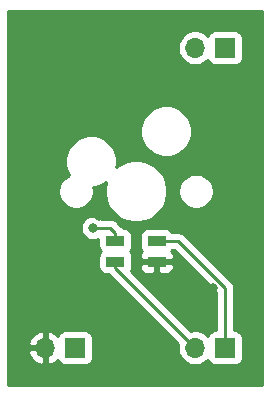
<source format=gbr>
G04 #@! TF.GenerationSoftware,KiCad,Pcbnew,5.1.5*
G04 #@! TF.CreationDate,2020-02-15T20:36:58-05:00*
G04 #@! TF.ProjectId,mx,6d782e6b-6963-4616-945f-706362585858,B*
G04 #@! TF.SameCoordinates,Original*
G04 #@! TF.FileFunction,Copper,L1,Top*
G04 #@! TF.FilePolarity,Positive*
%FSLAX46Y46*%
G04 Gerber Fmt 4.6, Leading zero omitted, Abs format (unit mm)*
G04 Created by KiCad (PCBNEW 5.1.5) date 2020-02-15 20:36:58*
%MOMM*%
%LPD*%
G04 APERTURE LIST*
%ADD10R,1.600000X0.850000*%
%ADD11R,1.700000X1.700000*%
%ADD12O,1.700000X1.700000*%
%ADD13C,0.800000*%
%ADD14C,0.152400*%
%ADD15C,0.254000*%
G04 APERTURE END LIST*
D10*
X132945001Y-124775001D03*
X132945001Y-123025001D03*
X136445001Y-123025001D03*
X136445001Y-124775001D03*
D11*
X129540000Y-132080000D03*
D12*
X127000000Y-132080000D03*
X139700000Y-106680000D03*
D11*
X142240000Y-106680000D03*
X142240000Y-132080000D03*
D12*
X139700000Y-132080000D03*
D13*
X128016000Y-125095000D03*
X131064000Y-129540000D03*
X128270000Y-129286000D03*
X133604000Y-128270000D03*
X135890000Y-130556000D03*
X134620000Y-132842000D03*
X139954000Y-122428000D03*
X141224000Y-127000000D03*
X143510000Y-126238000D03*
X141224000Y-129286000D03*
X143764000Y-129286000D03*
X138176000Y-128524000D03*
X128778000Y-113538000D03*
X125730000Y-113538000D03*
X125730000Y-110744000D03*
X128524000Y-110998000D03*
X134620000Y-107950000D03*
X138430000Y-107950000D03*
X137668000Y-110998000D03*
X132588000Y-110998000D03*
X138176000Y-104648000D03*
X144780000Y-104648000D03*
X144780000Y-109220000D03*
X144780000Y-114300000D03*
X144780000Y-119380000D03*
X144780000Y-134620000D03*
X139700000Y-134620000D03*
X132080000Y-134620000D03*
X124460000Y-134620000D03*
X124460000Y-127000000D03*
X124460000Y-119380000D03*
X137795000Y-116840000D03*
X133985000Y-114935000D03*
X142875000Y-122555000D03*
X138239500Y-124777500D03*
X130683000Y-125984000D03*
X142748000Y-109220000D03*
X125476000Y-104648000D03*
X134620000Y-104648000D03*
X131572000Y-120904000D03*
X134620000Y-123952000D03*
X136652000Y-127000000D03*
X131064000Y-121920000D03*
D14*
X136447500Y-124777500D02*
X136445001Y-124775001D01*
X138239500Y-124777500D02*
X136447500Y-124777500D01*
D15*
X132945001Y-122346001D02*
X132945001Y-123025001D01*
X132519000Y-121920000D02*
X132945001Y-122346001D01*
X131064000Y-121920000D02*
X132519000Y-121920000D01*
X137397401Y-123025001D02*
X136445001Y-123025001D01*
X142240000Y-127015222D02*
X138249779Y-123025001D01*
X138249779Y-123025001D02*
X137397401Y-123025001D01*
X142240000Y-132080000D02*
X142240000Y-127015222D01*
X132945001Y-125325001D02*
X132945001Y-124775001D01*
X139700000Y-132080000D02*
X132945001Y-125325001D01*
G36*
X145390001Y-135230000D02*
G01*
X123850000Y-135230000D01*
X123850000Y-132436891D01*
X125558519Y-132436891D01*
X125655843Y-132711252D01*
X125804822Y-132961355D01*
X125999731Y-133177588D01*
X126233080Y-133351641D01*
X126495901Y-133476825D01*
X126643110Y-133521476D01*
X126873000Y-133400155D01*
X126873000Y-132207000D01*
X125679186Y-132207000D01*
X125558519Y-132436891D01*
X123850000Y-132436891D01*
X123850000Y-131723109D01*
X125558519Y-131723109D01*
X125679186Y-131953000D01*
X126873000Y-131953000D01*
X126873000Y-130759845D01*
X127127000Y-130759845D01*
X127127000Y-131953000D01*
X127147000Y-131953000D01*
X127147000Y-132207000D01*
X127127000Y-132207000D01*
X127127000Y-133400155D01*
X127356890Y-133521476D01*
X127504099Y-133476825D01*
X127766920Y-133351641D01*
X128000269Y-133177588D01*
X128076034Y-133093534D01*
X128100498Y-133174180D01*
X128159463Y-133284494D01*
X128238815Y-133381185D01*
X128335506Y-133460537D01*
X128445820Y-133519502D01*
X128565518Y-133555812D01*
X128690000Y-133568072D01*
X130390000Y-133568072D01*
X130514482Y-133555812D01*
X130634180Y-133519502D01*
X130744494Y-133460537D01*
X130841185Y-133381185D01*
X130920537Y-133284494D01*
X130979502Y-133174180D01*
X131015812Y-133054482D01*
X131028072Y-132930000D01*
X131028072Y-131230000D01*
X131015812Y-131105518D01*
X130979502Y-130985820D01*
X130920537Y-130875506D01*
X130841185Y-130778815D01*
X130744494Y-130699463D01*
X130634180Y-130640498D01*
X130514482Y-130604188D01*
X130390000Y-130591928D01*
X128690000Y-130591928D01*
X128565518Y-130604188D01*
X128445820Y-130640498D01*
X128335506Y-130699463D01*
X128238815Y-130778815D01*
X128159463Y-130875506D01*
X128100498Y-130985820D01*
X128076034Y-131066466D01*
X128000269Y-130982412D01*
X127766920Y-130808359D01*
X127504099Y-130683175D01*
X127356890Y-130638524D01*
X127127000Y-130759845D01*
X126873000Y-130759845D01*
X126643110Y-130638524D01*
X126495901Y-130683175D01*
X126233080Y-130808359D01*
X125999731Y-130982412D01*
X125804822Y-131198645D01*
X125655843Y-131448748D01*
X125558519Y-131723109D01*
X123850000Y-131723109D01*
X123850000Y-121818061D01*
X130029000Y-121818061D01*
X130029000Y-122021939D01*
X130068774Y-122221898D01*
X130146795Y-122410256D01*
X130260063Y-122579774D01*
X130404226Y-122723937D01*
X130573744Y-122837205D01*
X130762102Y-122915226D01*
X130962061Y-122955000D01*
X131165939Y-122955000D01*
X131365898Y-122915226D01*
X131506929Y-122856809D01*
X131506929Y-123450001D01*
X131519189Y-123574483D01*
X131555499Y-123694181D01*
X131614464Y-123804495D01*
X131692843Y-123900001D01*
X131614464Y-123995507D01*
X131555499Y-124105821D01*
X131519189Y-124225519D01*
X131506929Y-124350001D01*
X131506929Y-125200001D01*
X131519189Y-125324483D01*
X131555499Y-125444181D01*
X131614464Y-125554495D01*
X131693816Y-125651186D01*
X131790507Y-125730538D01*
X131900821Y-125789503D01*
X132020519Y-125825813D01*
X132145001Y-125838073D01*
X132380313Y-125838073D01*
X132403579Y-125866423D01*
X132432655Y-125890285D01*
X138258321Y-131715952D01*
X138215000Y-131933740D01*
X138215000Y-132226260D01*
X138272068Y-132513158D01*
X138384010Y-132783411D01*
X138546525Y-133026632D01*
X138753368Y-133233475D01*
X138996589Y-133395990D01*
X139266842Y-133507932D01*
X139553740Y-133565000D01*
X139846260Y-133565000D01*
X140133158Y-133507932D01*
X140403411Y-133395990D01*
X140646632Y-133233475D01*
X140778487Y-133101620D01*
X140800498Y-133174180D01*
X140859463Y-133284494D01*
X140938815Y-133381185D01*
X141035506Y-133460537D01*
X141145820Y-133519502D01*
X141265518Y-133555812D01*
X141390000Y-133568072D01*
X143090000Y-133568072D01*
X143214482Y-133555812D01*
X143334180Y-133519502D01*
X143444494Y-133460537D01*
X143541185Y-133381185D01*
X143620537Y-133284494D01*
X143679502Y-133174180D01*
X143715812Y-133054482D01*
X143728072Y-132930000D01*
X143728072Y-131230000D01*
X143715812Y-131105518D01*
X143679502Y-130985820D01*
X143620537Y-130875506D01*
X143541185Y-130778815D01*
X143444494Y-130699463D01*
X143334180Y-130640498D01*
X143214482Y-130604188D01*
X143090000Y-130591928D01*
X143002000Y-130591928D01*
X143002000Y-127052645D01*
X143005686Y-127015222D01*
X143002000Y-126977796D01*
X142990974Y-126865844D01*
X142947402Y-126722207D01*
X142914465Y-126660586D01*
X142876645Y-126589829D01*
X142841857Y-126547441D01*
X142781422Y-126473800D01*
X142752346Y-126449938D01*
X138815063Y-122512655D01*
X138791201Y-122483579D01*
X138675171Y-122388356D01*
X138542794Y-122317599D01*
X138399157Y-122274027D01*
X138287205Y-122263001D01*
X138287202Y-122263001D01*
X138249779Y-122259315D01*
X138212356Y-122263001D01*
X137784889Y-122263001D01*
X137775538Y-122245507D01*
X137696186Y-122148816D01*
X137599495Y-122069464D01*
X137489181Y-122010499D01*
X137369483Y-121974189D01*
X137245001Y-121961929D01*
X135645001Y-121961929D01*
X135520519Y-121974189D01*
X135400821Y-122010499D01*
X135290507Y-122069464D01*
X135193816Y-122148816D01*
X135114464Y-122245507D01*
X135055499Y-122355821D01*
X135019189Y-122475519D01*
X135006929Y-122600001D01*
X135006929Y-123450001D01*
X135019189Y-123574483D01*
X135055499Y-123694181D01*
X135114464Y-123804495D01*
X135192843Y-123900001D01*
X135114464Y-123995507D01*
X135055499Y-124105821D01*
X135019189Y-124225519D01*
X135006929Y-124350001D01*
X135010001Y-124489251D01*
X135168751Y-124648001D01*
X136318001Y-124648001D01*
X136318001Y-124628001D01*
X136572001Y-124628001D01*
X136572001Y-124648001D01*
X137721251Y-124648001D01*
X137880001Y-124489251D01*
X137883073Y-124350001D01*
X137870813Y-124225519D01*
X137834503Y-124105821D01*
X137775538Y-123995507D01*
X137697159Y-123900001D01*
X137775538Y-123804495D01*
X137784889Y-123787001D01*
X137934149Y-123787001D01*
X141478001Y-127330853D01*
X141478000Y-130591928D01*
X141390000Y-130591928D01*
X141265518Y-130604188D01*
X141145820Y-130640498D01*
X141035506Y-130699463D01*
X140938815Y-130778815D01*
X140859463Y-130875506D01*
X140800498Y-130985820D01*
X140778487Y-131058380D01*
X140646632Y-130926525D01*
X140403411Y-130764010D01*
X140133158Y-130652068D01*
X139846260Y-130595000D01*
X139553740Y-130595000D01*
X139335952Y-130638321D01*
X134264985Y-125567354D01*
X134275538Y-125554495D01*
X134334503Y-125444181D01*
X134370813Y-125324483D01*
X134383073Y-125200001D01*
X135006929Y-125200001D01*
X135019189Y-125324483D01*
X135055499Y-125444181D01*
X135114464Y-125554495D01*
X135193816Y-125651186D01*
X135290507Y-125730538D01*
X135400821Y-125789503D01*
X135520519Y-125825813D01*
X135645001Y-125838073D01*
X136159251Y-125835001D01*
X136318001Y-125676251D01*
X136318001Y-124902001D01*
X136572001Y-124902001D01*
X136572001Y-125676251D01*
X136730751Y-125835001D01*
X137245001Y-125838073D01*
X137369483Y-125825813D01*
X137489181Y-125789503D01*
X137599495Y-125730538D01*
X137696186Y-125651186D01*
X137775538Y-125554495D01*
X137834503Y-125444181D01*
X137870813Y-125324483D01*
X137883073Y-125200001D01*
X137880001Y-125060751D01*
X137721251Y-124902001D01*
X136572001Y-124902001D01*
X136318001Y-124902001D01*
X135168751Y-124902001D01*
X135010001Y-125060751D01*
X135006929Y-125200001D01*
X134383073Y-125200001D01*
X134383073Y-124350001D01*
X134370813Y-124225519D01*
X134334503Y-124105821D01*
X134275538Y-123995507D01*
X134197159Y-123900001D01*
X134275538Y-123804495D01*
X134334503Y-123694181D01*
X134370813Y-123574483D01*
X134383073Y-123450001D01*
X134383073Y-122600001D01*
X134370813Y-122475519D01*
X134334503Y-122355821D01*
X134275538Y-122245507D01*
X134196186Y-122148816D01*
X134099495Y-122069464D01*
X133989181Y-122010499D01*
X133869483Y-121974189D01*
X133745001Y-121961929D01*
X133603732Y-121961929D01*
X133581646Y-121920609D01*
X133486423Y-121804579D01*
X133457348Y-121780718D01*
X133084284Y-121407654D01*
X133060422Y-121378578D01*
X132944392Y-121283355D01*
X132812015Y-121212598D01*
X132668378Y-121169026D01*
X132556426Y-121158000D01*
X132556423Y-121158000D01*
X132519000Y-121154314D01*
X132481577Y-121158000D01*
X131765711Y-121158000D01*
X131723774Y-121116063D01*
X131554256Y-121002795D01*
X131365898Y-120924774D01*
X131165939Y-120885000D01*
X130962061Y-120885000D01*
X130762102Y-120924774D01*
X130573744Y-121002795D01*
X130404226Y-121116063D01*
X130260063Y-121260226D01*
X130146795Y-121429744D01*
X130068774Y-121618102D01*
X130029000Y-121818061D01*
X123850000Y-121818061D01*
X123850000Y-118673741D01*
X128130001Y-118673741D01*
X128130001Y-118966261D01*
X128187069Y-119253159D01*
X128299011Y-119523412D01*
X128461526Y-119766633D01*
X128668369Y-119973476D01*
X128911590Y-120135991D01*
X129181843Y-120247933D01*
X129468741Y-120305001D01*
X129761261Y-120305001D01*
X130048159Y-120247933D01*
X130318412Y-120135991D01*
X130561633Y-119973476D01*
X130768476Y-119766633D01*
X130930991Y-119523412D01*
X131042933Y-119253159D01*
X131100001Y-118966261D01*
X131100001Y-118673741D01*
X131058480Y-118465001D01*
X131100205Y-118465001D01*
X131522342Y-118381032D01*
X131919986Y-118216323D01*
X132160412Y-118055676D01*
X132060001Y-118560476D01*
X132060001Y-119079526D01*
X132161262Y-119588602D01*
X132359894Y-120068142D01*
X132648263Y-120499716D01*
X133015286Y-120866739D01*
X133446860Y-121155108D01*
X133926400Y-121353740D01*
X134435476Y-121455001D01*
X134954526Y-121455001D01*
X135463602Y-121353740D01*
X135943142Y-121155108D01*
X136374716Y-120866739D01*
X136741739Y-120499716D01*
X137030108Y-120068142D01*
X137228740Y-119588602D01*
X137330001Y-119079526D01*
X137330001Y-118673741D01*
X138290001Y-118673741D01*
X138290001Y-118966261D01*
X138347069Y-119253159D01*
X138459011Y-119523412D01*
X138621526Y-119766633D01*
X138828369Y-119973476D01*
X139071590Y-120135991D01*
X139341843Y-120247933D01*
X139628741Y-120305001D01*
X139921261Y-120305001D01*
X140208159Y-120247933D01*
X140478412Y-120135991D01*
X140721633Y-119973476D01*
X140928476Y-119766633D01*
X141090991Y-119523412D01*
X141202933Y-119253159D01*
X141260001Y-118966261D01*
X141260001Y-118673741D01*
X141202933Y-118386843D01*
X141090991Y-118116590D01*
X140928476Y-117873369D01*
X140721633Y-117666526D01*
X140478412Y-117504011D01*
X140208159Y-117392069D01*
X139921261Y-117335001D01*
X139628741Y-117335001D01*
X139341843Y-117392069D01*
X139071590Y-117504011D01*
X138828369Y-117666526D01*
X138621526Y-117873369D01*
X138459011Y-118116590D01*
X138347069Y-118386843D01*
X138290001Y-118673741D01*
X137330001Y-118673741D01*
X137330001Y-118560476D01*
X137228740Y-118051400D01*
X137030108Y-117571860D01*
X136741739Y-117140286D01*
X136374716Y-116773263D01*
X135943142Y-116484894D01*
X135463602Y-116286262D01*
X134954526Y-116185001D01*
X134435476Y-116185001D01*
X133926400Y-116286262D01*
X133446860Y-116484894D01*
X133015286Y-116773263D01*
X133014544Y-116774005D01*
X133070001Y-116495205D01*
X133070001Y-116064797D01*
X132986032Y-115642660D01*
X132821323Y-115245016D01*
X132582201Y-114887145D01*
X132277857Y-114582801D01*
X131919986Y-114343679D01*
X131522342Y-114178970D01*
X131100205Y-114095001D01*
X130669797Y-114095001D01*
X130247660Y-114178970D01*
X129850016Y-114343679D01*
X129492145Y-114582801D01*
X129187801Y-114887145D01*
X128948679Y-115245016D01*
X128783970Y-115642660D01*
X128700001Y-116064797D01*
X128700001Y-116495205D01*
X128783970Y-116917342D01*
X128948679Y-117314986D01*
X129039563Y-117451003D01*
X128911590Y-117504011D01*
X128668369Y-117666526D01*
X128461526Y-117873369D01*
X128299011Y-118116590D01*
X128187069Y-118386843D01*
X128130001Y-118673741D01*
X123850000Y-118673741D01*
X123850000Y-113524797D01*
X135050001Y-113524797D01*
X135050001Y-113955205D01*
X135133970Y-114377342D01*
X135298679Y-114774986D01*
X135537801Y-115132857D01*
X135842145Y-115437201D01*
X136200016Y-115676323D01*
X136597660Y-115841032D01*
X137019797Y-115925001D01*
X137450205Y-115925001D01*
X137872342Y-115841032D01*
X138269986Y-115676323D01*
X138627857Y-115437201D01*
X138932201Y-115132857D01*
X139171323Y-114774986D01*
X139336032Y-114377342D01*
X139420001Y-113955205D01*
X139420001Y-113524797D01*
X139336032Y-113102660D01*
X139171323Y-112705016D01*
X138932201Y-112347145D01*
X138627857Y-112042801D01*
X138269986Y-111803679D01*
X137872342Y-111638970D01*
X137450205Y-111555001D01*
X137019797Y-111555001D01*
X136597660Y-111638970D01*
X136200016Y-111803679D01*
X135842145Y-112042801D01*
X135537801Y-112347145D01*
X135298679Y-112705016D01*
X135133970Y-113102660D01*
X135050001Y-113524797D01*
X123850000Y-113524797D01*
X123850000Y-106533740D01*
X138215000Y-106533740D01*
X138215000Y-106826260D01*
X138272068Y-107113158D01*
X138384010Y-107383411D01*
X138546525Y-107626632D01*
X138753368Y-107833475D01*
X138996589Y-107995990D01*
X139266842Y-108107932D01*
X139553740Y-108165000D01*
X139846260Y-108165000D01*
X140133158Y-108107932D01*
X140403411Y-107995990D01*
X140646632Y-107833475D01*
X140778487Y-107701620D01*
X140800498Y-107774180D01*
X140859463Y-107884494D01*
X140938815Y-107981185D01*
X141035506Y-108060537D01*
X141145820Y-108119502D01*
X141265518Y-108155812D01*
X141390000Y-108168072D01*
X143090000Y-108168072D01*
X143214482Y-108155812D01*
X143334180Y-108119502D01*
X143444494Y-108060537D01*
X143541185Y-107981185D01*
X143620537Y-107884494D01*
X143679502Y-107774180D01*
X143715812Y-107654482D01*
X143728072Y-107530000D01*
X143728072Y-105830000D01*
X143715812Y-105705518D01*
X143679502Y-105585820D01*
X143620537Y-105475506D01*
X143541185Y-105378815D01*
X143444494Y-105299463D01*
X143334180Y-105240498D01*
X143214482Y-105204188D01*
X143090000Y-105191928D01*
X141390000Y-105191928D01*
X141265518Y-105204188D01*
X141145820Y-105240498D01*
X141035506Y-105299463D01*
X140938815Y-105378815D01*
X140859463Y-105475506D01*
X140800498Y-105585820D01*
X140778487Y-105658380D01*
X140646632Y-105526525D01*
X140403411Y-105364010D01*
X140133158Y-105252068D01*
X139846260Y-105195000D01*
X139553740Y-105195000D01*
X139266842Y-105252068D01*
X138996589Y-105364010D01*
X138753368Y-105526525D01*
X138546525Y-105733368D01*
X138384010Y-105976589D01*
X138272068Y-106246842D01*
X138215000Y-106533740D01*
X123850000Y-106533740D01*
X123850000Y-103530000D01*
X145390000Y-103530000D01*
X145390001Y-135230000D01*
G37*
X145390001Y-135230000D02*
X123850000Y-135230000D01*
X123850000Y-132436891D01*
X125558519Y-132436891D01*
X125655843Y-132711252D01*
X125804822Y-132961355D01*
X125999731Y-133177588D01*
X126233080Y-133351641D01*
X126495901Y-133476825D01*
X126643110Y-133521476D01*
X126873000Y-133400155D01*
X126873000Y-132207000D01*
X125679186Y-132207000D01*
X125558519Y-132436891D01*
X123850000Y-132436891D01*
X123850000Y-131723109D01*
X125558519Y-131723109D01*
X125679186Y-131953000D01*
X126873000Y-131953000D01*
X126873000Y-130759845D01*
X127127000Y-130759845D01*
X127127000Y-131953000D01*
X127147000Y-131953000D01*
X127147000Y-132207000D01*
X127127000Y-132207000D01*
X127127000Y-133400155D01*
X127356890Y-133521476D01*
X127504099Y-133476825D01*
X127766920Y-133351641D01*
X128000269Y-133177588D01*
X128076034Y-133093534D01*
X128100498Y-133174180D01*
X128159463Y-133284494D01*
X128238815Y-133381185D01*
X128335506Y-133460537D01*
X128445820Y-133519502D01*
X128565518Y-133555812D01*
X128690000Y-133568072D01*
X130390000Y-133568072D01*
X130514482Y-133555812D01*
X130634180Y-133519502D01*
X130744494Y-133460537D01*
X130841185Y-133381185D01*
X130920537Y-133284494D01*
X130979502Y-133174180D01*
X131015812Y-133054482D01*
X131028072Y-132930000D01*
X131028072Y-131230000D01*
X131015812Y-131105518D01*
X130979502Y-130985820D01*
X130920537Y-130875506D01*
X130841185Y-130778815D01*
X130744494Y-130699463D01*
X130634180Y-130640498D01*
X130514482Y-130604188D01*
X130390000Y-130591928D01*
X128690000Y-130591928D01*
X128565518Y-130604188D01*
X128445820Y-130640498D01*
X128335506Y-130699463D01*
X128238815Y-130778815D01*
X128159463Y-130875506D01*
X128100498Y-130985820D01*
X128076034Y-131066466D01*
X128000269Y-130982412D01*
X127766920Y-130808359D01*
X127504099Y-130683175D01*
X127356890Y-130638524D01*
X127127000Y-130759845D01*
X126873000Y-130759845D01*
X126643110Y-130638524D01*
X126495901Y-130683175D01*
X126233080Y-130808359D01*
X125999731Y-130982412D01*
X125804822Y-131198645D01*
X125655843Y-131448748D01*
X125558519Y-131723109D01*
X123850000Y-131723109D01*
X123850000Y-121818061D01*
X130029000Y-121818061D01*
X130029000Y-122021939D01*
X130068774Y-122221898D01*
X130146795Y-122410256D01*
X130260063Y-122579774D01*
X130404226Y-122723937D01*
X130573744Y-122837205D01*
X130762102Y-122915226D01*
X130962061Y-122955000D01*
X131165939Y-122955000D01*
X131365898Y-122915226D01*
X131506929Y-122856809D01*
X131506929Y-123450001D01*
X131519189Y-123574483D01*
X131555499Y-123694181D01*
X131614464Y-123804495D01*
X131692843Y-123900001D01*
X131614464Y-123995507D01*
X131555499Y-124105821D01*
X131519189Y-124225519D01*
X131506929Y-124350001D01*
X131506929Y-125200001D01*
X131519189Y-125324483D01*
X131555499Y-125444181D01*
X131614464Y-125554495D01*
X131693816Y-125651186D01*
X131790507Y-125730538D01*
X131900821Y-125789503D01*
X132020519Y-125825813D01*
X132145001Y-125838073D01*
X132380313Y-125838073D01*
X132403579Y-125866423D01*
X132432655Y-125890285D01*
X138258321Y-131715952D01*
X138215000Y-131933740D01*
X138215000Y-132226260D01*
X138272068Y-132513158D01*
X138384010Y-132783411D01*
X138546525Y-133026632D01*
X138753368Y-133233475D01*
X138996589Y-133395990D01*
X139266842Y-133507932D01*
X139553740Y-133565000D01*
X139846260Y-133565000D01*
X140133158Y-133507932D01*
X140403411Y-133395990D01*
X140646632Y-133233475D01*
X140778487Y-133101620D01*
X140800498Y-133174180D01*
X140859463Y-133284494D01*
X140938815Y-133381185D01*
X141035506Y-133460537D01*
X141145820Y-133519502D01*
X141265518Y-133555812D01*
X141390000Y-133568072D01*
X143090000Y-133568072D01*
X143214482Y-133555812D01*
X143334180Y-133519502D01*
X143444494Y-133460537D01*
X143541185Y-133381185D01*
X143620537Y-133284494D01*
X143679502Y-133174180D01*
X143715812Y-133054482D01*
X143728072Y-132930000D01*
X143728072Y-131230000D01*
X143715812Y-131105518D01*
X143679502Y-130985820D01*
X143620537Y-130875506D01*
X143541185Y-130778815D01*
X143444494Y-130699463D01*
X143334180Y-130640498D01*
X143214482Y-130604188D01*
X143090000Y-130591928D01*
X143002000Y-130591928D01*
X143002000Y-127052645D01*
X143005686Y-127015222D01*
X143002000Y-126977796D01*
X142990974Y-126865844D01*
X142947402Y-126722207D01*
X142914465Y-126660586D01*
X142876645Y-126589829D01*
X142841857Y-126547441D01*
X142781422Y-126473800D01*
X142752346Y-126449938D01*
X138815063Y-122512655D01*
X138791201Y-122483579D01*
X138675171Y-122388356D01*
X138542794Y-122317599D01*
X138399157Y-122274027D01*
X138287205Y-122263001D01*
X138287202Y-122263001D01*
X138249779Y-122259315D01*
X138212356Y-122263001D01*
X137784889Y-122263001D01*
X137775538Y-122245507D01*
X137696186Y-122148816D01*
X137599495Y-122069464D01*
X137489181Y-122010499D01*
X137369483Y-121974189D01*
X137245001Y-121961929D01*
X135645001Y-121961929D01*
X135520519Y-121974189D01*
X135400821Y-122010499D01*
X135290507Y-122069464D01*
X135193816Y-122148816D01*
X135114464Y-122245507D01*
X135055499Y-122355821D01*
X135019189Y-122475519D01*
X135006929Y-122600001D01*
X135006929Y-123450001D01*
X135019189Y-123574483D01*
X135055499Y-123694181D01*
X135114464Y-123804495D01*
X135192843Y-123900001D01*
X135114464Y-123995507D01*
X135055499Y-124105821D01*
X135019189Y-124225519D01*
X135006929Y-124350001D01*
X135010001Y-124489251D01*
X135168751Y-124648001D01*
X136318001Y-124648001D01*
X136318001Y-124628001D01*
X136572001Y-124628001D01*
X136572001Y-124648001D01*
X137721251Y-124648001D01*
X137880001Y-124489251D01*
X137883073Y-124350001D01*
X137870813Y-124225519D01*
X137834503Y-124105821D01*
X137775538Y-123995507D01*
X137697159Y-123900001D01*
X137775538Y-123804495D01*
X137784889Y-123787001D01*
X137934149Y-123787001D01*
X141478001Y-127330853D01*
X141478000Y-130591928D01*
X141390000Y-130591928D01*
X141265518Y-130604188D01*
X141145820Y-130640498D01*
X141035506Y-130699463D01*
X140938815Y-130778815D01*
X140859463Y-130875506D01*
X140800498Y-130985820D01*
X140778487Y-131058380D01*
X140646632Y-130926525D01*
X140403411Y-130764010D01*
X140133158Y-130652068D01*
X139846260Y-130595000D01*
X139553740Y-130595000D01*
X139335952Y-130638321D01*
X134264985Y-125567354D01*
X134275538Y-125554495D01*
X134334503Y-125444181D01*
X134370813Y-125324483D01*
X134383073Y-125200001D01*
X135006929Y-125200001D01*
X135019189Y-125324483D01*
X135055499Y-125444181D01*
X135114464Y-125554495D01*
X135193816Y-125651186D01*
X135290507Y-125730538D01*
X135400821Y-125789503D01*
X135520519Y-125825813D01*
X135645001Y-125838073D01*
X136159251Y-125835001D01*
X136318001Y-125676251D01*
X136318001Y-124902001D01*
X136572001Y-124902001D01*
X136572001Y-125676251D01*
X136730751Y-125835001D01*
X137245001Y-125838073D01*
X137369483Y-125825813D01*
X137489181Y-125789503D01*
X137599495Y-125730538D01*
X137696186Y-125651186D01*
X137775538Y-125554495D01*
X137834503Y-125444181D01*
X137870813Y-125324483D01*
X137883073Y-125200001D01*
X137880001Y-125060751D01*
X137721251Y-124902001D01*
X136572001Y-124902001D01*
X136318001Y-124902001D01*
X135168751Y-124902001D01*
X135010001Y-125060751D01*
X135006929Y-125200001D01*
X134383073Y-125200001D01*
X134383073Y-124350001D01*
X134370813Y-124225519D01*
X134334503Y-124105821D01*
X134275538Y-123995507D01*
X134197159Y-123900001D01*
X134275538Y-123804495D01*
X134334503Y-123694181D01*
X134370813Y-123574483D01*
X134383073Y-123450001D01*
X134383073Y-122600001D01*
X134370813Y-122475519D01*
X134334503Y-122355821D01*
X134275538Y-122245507D01*
X134196186Y-122148816D01*
X134099495Y-122069464D01*
X133989181Y-122010499D01*
X133869483Y-121974189D01*
X133745001Y-121961929D01*
X133603732Y-121961929D01*
X133581646Y-121920609D01*
X133486423Y-121804579D01*
X133457348Y-121780718D01*
X133084284Y-121407654D01*
X133060422Y-121378578D01*
X132944392Y-121283355D01*
X132812015Y-121212598D01*
X132668378Y-121169026D01*
X132556426Y-121158000D01*
X132556423Y-121158000D01*
X132519000Y-121154314D01*
X132481577Y-121158000D01*
X131765711Y-121158000D01*
X131723774Y-121116063D01*
X131554256Y-121002795D01*
X131365898Y-120924774D01*
X131165939Y-120885000D01*
X130962061Y-120885000D01*
X130762102Y-120924774D01*
X130573744Y-121002795D01*
X130404226Y-121116063D01*
X130260063Y-121260226D01*
X130146795Y-121429744D01*
X130068774Y-121618102D01*
X130029000Y-121818061D01*
X123850000Y-121818061D01*
X123850000Y-118673741D01*
X128130001Y-118673741D01*
X128130001Y-118966261D01*
X128187069Y-119253159D01*
X128299011Y-119523412D01*
X128461526Y-119766633D01*
X128668369Y-119973476D01*
X128911590Y-120135991D01*
X129181843Y-120247933D01*
X129468741Y-120305001D01*
X129761261Y-120305001D01*
X130048159Y-120247933D01*
X130318412Y-120135991D01*
X130561633Y-119973476D01*
X130768476Y-119766633D01*
X130930991Y-119523412D01*
X131042933Y-119253159D01*
X131100001Y-118966261D01*
X131100001Y-118673741D01*
X131058480Y-118465001D01*
X131100205Y-118465001D01*
X131522342Y-118381032D01*
X131919986Y-118216323D01*
X132160412Y-118055676D01*
X132060001Y-118560476D01*
X132060001Y-119079526D01*
X132161262Y-119588602D01*
X132359894Y-120068142D01*
X132648263Y-120499716D01*
X133015286Y-120866739D01*
X133446860Y-121155108D01*
X133926400Y-121353740D01*
X134435476Y-121455001D01*
X134954526Y-121455001D01*
X135463602Y-121353740D01*
X135943142Y-121155108D01*
X136374716Y-120866739D01*
X136741739Y-120499716D01*
X137030108Y-120068142D01*
X137228740Y-119588602D01*
X137330001Y-119079526D01*
X137330001Y-118673741D01*
X138290001Y-118673741D01*
X138290001Y-118966261D01*
X138347069Y-119253159D01*
X138459011Y-119523412D01*
X138621526Y-119766633D01*
X138828369Y-119973476D01*
X139071590Y-120135991D01*
X139341843Y-120247933D01*
X139628741Y-120305001D01*
X139921261Y-120305001D01*
X140208159Y-120247933D01*
X140478412Y-120135991D01*
X140721633Y-119973476D01*
X140928476Y-119766633D01*
X141090991Y-119523412D01*
X141202933Y-119253159D01*
X141260001Y-118966261D01*
X141260001Y-118673741D01*
X141202933Y-118386843D01*
X141090991Y-118116590D01*
X140928476Y-117873369D01*
X140721633Y-117666526D01*
X140478412Y-117504011D01*
X140208159Y-117392069D01*
X139921261Y-117335001D01*
X139628741Y-117335001D01*
X139341843Y-117392069D01*
X139071590Y-117504011D01*
X138828369Y-117666526D01*
X138621526Y-117873369D01*
X138459011Y-118116590D01*
X138347069Y-118386843D01*
X138290001Y-118673741D01*
X137330001Y-118673741D01*
X137330001Y-118560476D01*
X137228740Y-118051400D01*
X137030108Y-117571860D01*
X136741739Y-117140286D01*
X136374716Y-116773263D01*
X135943142Y-116484894D01*
X135463602Y-116286262D01*
X134954526Y-116185001D01*
X134435476Y-116185001D01*
X133926400Y-116286262D01*
X133446860Y-116484894D01*
X133015286Y-116773263D01*
X133014544Y-116774005D01*
X133070001Y-116495205D01*
X133070001Y-116064797D01*
X132986032Y-115642660D01*
X132821323Y-115245016D01*
X132582201Y-114887145D01*
X132277857Y-114582801D01*
X131919986Y-114343679D01*
X131522342Y-114178970D01*
X131100205Y-114095001D01*
X130669797Y-114095001D01*
X130247660Y-114178970D01*
X129850016Y-114343679D01*
X129492145Y-114582801D01*
X129187801Y-114887145D01*
X128948679Y-115245016D01*
X128783970Y-115642660D01*
X128700001Y-116064797D01*
X128700001Y-116495205D01*
X128783970Y-116917342D01*
X128948679Y-117314986D01*
X129039563Y-117451003D01*
X128911590Y-117504011D01*
X128668369Y-117666526D01*
X128461526Y-117873369D01*
X128299011Y-118116590D01*
X128187069Y-118386843D01*
X128130001Y-118673741D01*
X123850000Y-118673741D01*
X123850000Y-113524797D01*
X135050001Y-113524797D01*
X135050001Y-113955205D01*
X135133970Y-114377342D01*
X135298679Y-114774986D01*
X135537801Y-115132857D01*
X135842145Y-115437201D01*
X136200016Y-115676323D01*
X136597660Y-115841032D01*
X137019797Y-115925001D01*
X137450205Y-115925001D01*
X137872342Y-115841032D01*
X138269986Y-115676323D01*
X138627857Y-115437201D01*
X138932201Y-115132857D01*
X139171323Y-114774986D01*
X139336032Y-114377342D01*
X139420001Y-113955205D01*
X139420001Y-113524797D01*
X139336032Y-113102660D01*
X139171323Y-112705016D01*
X138932201Y-112347145D01*
X138627857Y-112042801D01*
X138269986Y-111803679D01*
X137872342Y-111638970D01*
X137450205Y-111555001D01*
X137019797Y-111555001D01*
X136597660Y-111638970D01*
X136200016Y-111803679D01*
X135842145Y-112042801D01*
X135537801Y-112347145D01*
X135298679Y-112705016D01*
X135133970Y-113102660D01*
X135050001Y-113524797D01*
X123850000Y-113524797D01*
X123850000Y-106533740D01*
X138215000Y-106533740D01*
X138215000Y-106826260D01*
X138272068Y-107113158D01*
X138384010Y-107383411D01*
X138546525Y-107626632D01*
X138753368Y-107833475D01*
X138996589Y-107995990D01*
X139266842Y-108107932D01*
X139553740Y-108165000D01*
X139846260Y-108165000D01*
X140133158Y-108107932D01*
X140403411Y-107995990D01*
X140646632Y-107833475D01*
X140778487Y-107701620D01*
X140800498Y-107774180D01*
X140859463Y-107884494D01*
X140938815Y-107981185D01*
X141035506Y-108060537D01*
X141145820Y-108119502D01*
X141265518Y-108155812D01*
X141390000Y-108168072D01*
X143090000Y-108168072D01*
X143214482Y-108155812D01*
X143334180Y-108119502D01*
X143444494Y-108060537D01*
X143541185Y-107981185D01*
X143620537Y-107884494D01*
X143679502Y-107774180D01*
X143715812Y-107654482D01*
X143728072Y-107530000D01*
X143728072Y-105830000D01*
X143715812Y-105705518D01*
X143679502Y-105585820D01*
X143620537Y-105475506D01*
X143541185Y-105378815D01*
X143444494Y-105299463D01*
X143334180Y-105240498D01*
X143214482Y-105204188D01*
X143090000Y-105191928D01*
X141390000Y-105191928D01*
X141265518Y-105204188D01*
X141145820Y-105240498D01*
X141035506Y-105299463D01*
X140938815Y-105378815D01*
X140859463Y-105475506D01*
X140800498Y-105585820D01*
X140778487Y-105658380D01*
X140646632Y-105526525D01*
X140403411Y-105364010D01*
X140133158Y-105252068D01*
X139846260Y-105195000D01*
X139553740Y-105195000D01*
X139266842Y-105252068D01*
X138996589Y-105364010D01*
X138753368Y-105526525D01*
X138546525Y-105733368D01*
X138384010Y-105976589D01*
X138272068Y-106246842D01*
X138215000Y-106533740D01*
X123850000Y-106533740D01*
X123850000Y-103530000D01*
X145390000Y-103530000D01*
X145390001Y-135230000D01*
M02*

</source>
